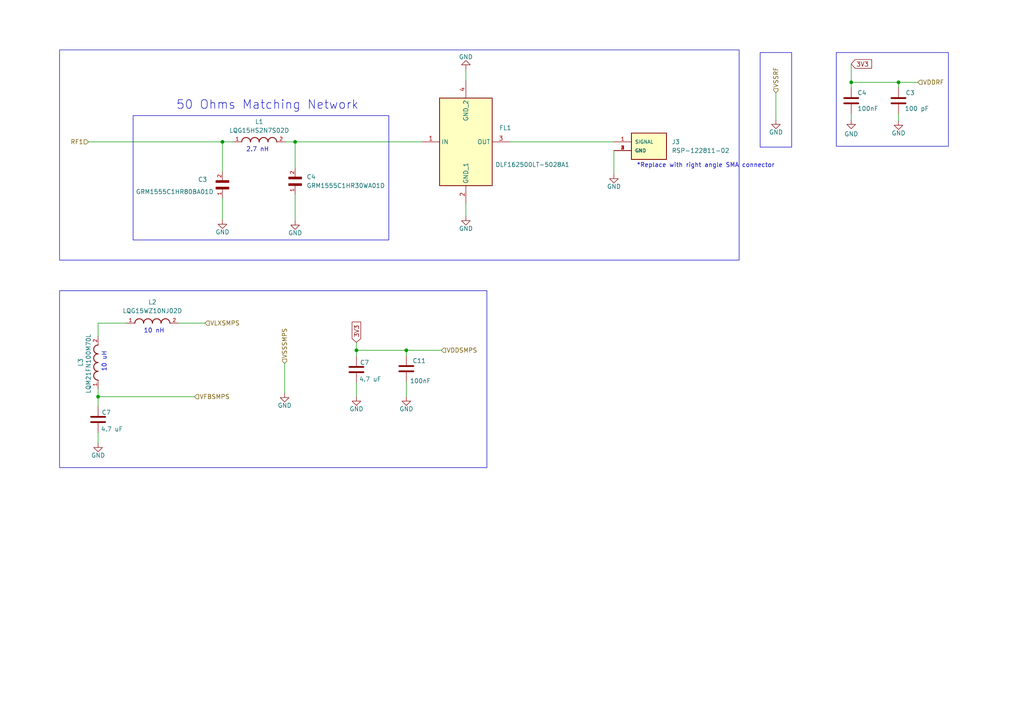
<source format=kicad_sch>
(kicad_sch (version 20230121) (generator eeschema)
  (paper "A4")
  (title_block (date "2023-12-16"))
  (lib_symbols
    (symbol "DLF162500LT-5028A1:DLF162500LT-5028A1"
      (property "Reference" "FL" (at 21.59 17.78 0))
      (property "Value" "DLF162500LT-5028A1" (at 21.59 15.24 0))
      (symbol "DLF162500LT-5028A1_1_1"
        (rectangle (start 5.08 12.7) (end 20.32 -12.7) (stroke (width 0.254)) (fill (type background)))
        (pin passive line (at 0 0 0) (length 5.08) (name "IN") (number "1"))
        (pin passive line (at 12.7 -17.78 90) (length 5.08) (name "GND_1") (number "2"))
        (pin passive line (at 25.4 0 180) (length 5.08) (name "OUT") (number "3"))
        (pin passive line (at 12.7 17.78 270) (length 5.08) (name "GND_2") (number "4"))
      )
    )
    (symbol "Device:C" (pin_numbers hide) (pin_names (offset 0.254))
      (property "Reference" "C" (at 0.635 2.54 0))
      (property "Value" "C" (at 0.635 -2.54 0))
      (symbol "C_0_1"
        (polyline (pts (xy -2.032 -0.762) (xy 2.032 -0.762)) (stroke (width 0.508)))
        (polyline (pts (xy -2.032 0.762) (xy 2.032 0.762)) (stroke (width 0.508)))
      )
      (symbol "C_1_1"
        (pin passive line (at 0 3.81 270) (length 2.794) (name "~") (number "1"))
        (pin passive line (at 0 -3.81 90) (length 2.794) (name "~") (number "2"))
      )
    )
    (symbol "GRM1555C1HR30WA01D:GRM1555C1HR30WA01D" (pin_names (offset 1.016))
      (property "Reference" "C" (at 0 3.8109 0))
      (property "Value" "GRM1555C1HR30WA01D" (at 0 -5.0885 0))
      (symbol "GRM1555C1HR30WA01D_0_0"
        (rectangle (start 0 -1.9069) (end 0.635 1.905) (stroke (width 0.1)) (fill (type outline)))
        (rectangle (start 1.9069 -1.9069) (end 2.54 1.905) (stroke (width 0.1)) (fill (type outline)))
        (pin passive line (at -2.54 0 0) (length 2.54) (name "~") (number "1"))
        (pin passive line (at 5.08 0 180) (length 2.54) (name "~") (number "2"))
      )
    )
    (symbol "GRM1555C1HR80BA01D:GRM1555C1HR80BA01D" (pin_names (offset 1.016))
      (property "Reference" "C" (at 0 3.8109 0))
      (property "Value" "GRM1555C1HR80BA01D" (at 0 -5.0885 0))
      (symbol "GRM1555C1HR80BA01D_0_0"
        (rectangle (start 0 -1.9069) (end 0.635 1.905) (stroke (width 0.1)) (fill (type outline)))
        (rectangle (start 1.9069 -1.9069) (end 2.54 1.905) (stroke (width 0.1)) (fill (type outline)))
        (pin passive line (at -2.54 0 0) (length 2.54) (name "~") (number "1"))
        (pin passive line (at 5.08 0 180) (length 2.54) (name "~") (number "2"))
      )
    )
    (symbol "LQG15HS2N7S02D:LQG15HS2N7S02D" (pin_names (offset 1.016))
      (property "Reference" "L" (at -7.62 5.08 0))
      (property "Value" "LQG15HS2N7S02D" (at -7.62 2.54 0))
      (symbol "LQG15HS2N7S02D_0_0"
        (arc (start -2.54 0) (mid -3.81 1.2645) (end -5.08 0) (stroke (width 0.254)))
        (arc (start 0 0) (mid -1.27 1.2645) (end -2.54 0) (stroke (width 0.254)))
        (arc (start 2.54 0) (mid 1.27 1.2645) (end 0 0) (stroke (width 0.254)))
        (arc (start 5.08 0) (mid 3.81 1.2645) (end 2.54 0) (stroke (width 0.254)))
        (pin passive line (at -7.62 0 0) (length 2.54) (name "~") (number "1"))
        (pin passive line (at 7.62 0 180) (length 2.54) (name "~") (number "2"))
      )
    )
    (symbol "LQG15WZ10NJ02D:LQG15WZ10NJ02D" (pin_names (offset 1.016))
      (property "Reference" "L" (at -7.62 5.08 0))
      (property "Value" "LQG15WZ10NJ02D" (at -7.62 2.54 0))
      (symbol "LQG15WZ10NJ02D_0_0"
        (arc (start -2.54 0) (mid -3.81 1.2645) (end -5.08 0) (stroke (width 0.254)))
        (arc (start 0 0) (mid -1.27 1.2645) (end -2.54 0) (stroke (width 0.254)))
        (arc (start 2.54 0) (mid 1.27 1.2645) (end 0 0) (stroke (width 0.254)))
        (arc (start 5.08 0) (mid 3.81 1.2645) (end 2.54 0) (stroke (width 0.254)))
        (pin passive line (at -7.62 0 0) (length 2.54) (name "~") (number "1"))
        (pin passive line (at 7.62 0 180) (length 2.54) (name "~") (number "2"))
      )
    )
    (symbol "LQM21FN100M70L:LQM21FN100M70L" (pin_names (offset 1.016))
      (property "Reference" "L" (at -7.62 5.08 0))
      (property "Value" "LQM21FN100M70L" (at -7.62 2.54 0))
      (symbol "LQM21FN100M70L_0_0"
        (arc (start -2.54 0) (mid -3.81 1.2645) (end -5.08 0) (stroke (width 0.254)))
        (arc (start 0 0) (mid -1.27 1.2645) (end -2.54 0) (stroke (width 0.254)))
        (arc (start 2.54 0) (mid 1.27 1.2645) (end 0 0) (stroke (width 0.254)))
        (arc (start 5.08 0) (mid 3.81 1.2645) (end 2.54 0) (stroke (width 0.254)))
        (pin passive line (at -7.62 0 0) (length 2.54) (name "~") (number "1"))
        (pin passive line (at 7.62 0 180) (length 2.54) (name "~") (number "2"))
      )
    )
    (symbol "RSP-122811-02:RSP-122811-02" (pin_names (offset 1.016))
      (property "Reference" "J" (at -2.5418 2.5418 0))
      (property "Value" "RSP-122811-02" (at -2.5416 -7.6246 0))
      (symbol "RSP-122811-02_0_0"
        (rectangle (start -2.54 -5.08) (end 7.62 2.54) (stroke (width 0.254)) (fill (type background)))
        (pin power_in line (at -7.62 0 0) (length 5.08) (name "SIGNAL") (number "1"))
        (pin power_in line (at -7.62 -2.54 0) (length 5.08) (name "GND") (number "2"))
        (pin power_in line (at -7.62 -2.54 0) (length 5.08) (name "GND") (number "3"))
        (pin power_in line (at -7.62 -2.54 0) (length 5.08) (name "GND") (number "4"))
      )
    )
    (symbol "power:GND" (power) (pin_names (offset 0))
      (property "Value" "GND" (at 0 -3.81 0))
      (symbol "GND_0_1"
        (polyline (pts (xy 0 0) (xy 0 -1.27) (xy 1.27 -1.27) (xy 0 -2.54) (xy -1.27 -1.27) (xy 0 -1.27)))
      )
      (symbol "GND_1_1"
        (pin power_in line (at 0 0 270) (length 0) hide (name "GND") (number "1"))
      )
    )
  )
  (junction (at 28.448 115.062))
  (junction (at 260.604 23.876))
  (junction (at 103.378 101.6))
  (junction (at 64.516 41.148))
  (junction (at 246.888 23.876))
  (junction (at 117.856 101.6))
  (junction (at 85.598 41.148))
  (wire (pts (xy 85.598 56.388) (xy 85.598 64.008)))
  (wire (pts (xy 225.044 26.924) (xy 225.044 34.798)))
  (wire (pts (xy 56.388 115.062) (xy 28.448 115.062)))
  (wire (pts (xy 103.378 110.998) (xy 103.378 115.062)))
  (wire (pts (xy 85.598 41.148) (xy 122.428 41.148)))
  (wire (pts (xy 260.604 25.4) (xy 260.604 23.876)))
  (wire (pts (xy 82.804 41.148) (xy 85.598 41.148)))
  (wire (pts (xy 64.516 41.148) (xy 64.516 49.784)))
  (wire (pts (xy 28.448 93.726) (xy 28.448 97.536)))
  (wire (pts (xy 260.604 23.876) (xy 266.192 23.876)))
  (wire (pts (xy 64.516 57.404) (xy 64.516 63.754)))
  (wire (pts (xy 117.856 101.6) (xy 128.016 101.6)))
  (wire (pts (xy 260.604 23.876) (xy 246.888 23.876)))
  (wire (pts (xy 103.378 101.6) (xy 117.856 101.6)))
  (wire (pts (xy 85.598 41.148) (xy 85.598 48.768)))
  (wire (pts (xy 103.378 101.6) (xy 103.378 103.378)))
  (wire (pts (xy 246.888 18.542) (xy 246.888 23.876)))
  (wire (pts (xy 246.888 23.876) (xy 246.888 25.4)))
  (wire (pts (xy 25.654 41.148) (xy 64.516 41.148)))
  (wire (pts (xy 246.888 33.02) (xy 246.888 34.798)))
  (wire (pts (xy 51.816 93.726) (xy 59.436 93.726)))
  (wire (pts (xy 135.128 58.928) (xy 135.128 62.738)))
  (wire (pts (xy 103.378 99.314) (xy 103.378 101.6)))
  (wire (pts (xy 117.856 110.744) (xy 117.856 115.062)))
  (wire (pts (xy 135.128 20.066) (xy 135.128 23.368)))
  (wire (pts (xy 28.448 125.476) (xy 28.448 128.524)))
  (wire (pts (xy 28.448 112.776) (xy 28.448 115.062)))
  (wire (pts (xy 117.856 103.124) (xy 117.856 101.6)))
  (wire (pts (xy 28.448 115.062) (xy 28.448 117.856)))
  (wire (pts (xy 147.828 41.148) (xy 178.054 41.148)))
  (wire (pts (xy 82.55 105.41) (xy 82.55 114.046)))
  (wire (pts (xy 260.604 33.02) (xy 260.604 35.052)))
  (wire (pts (xy 36.576 93.726) (xy 28.448 93.726)))
  (wire (pts (xy 178.054 43.688) (xy 178.054 50.546)))
  (wire (pts (xy 64.516 41.148) (xy 67.564 41.148)))
  (rectangle (start 242.57 15.24) (end 275.082 42.418))
  (rectangle (start 17.272 14.478) (end 214.376 75.438))
  (rectangle (start 17.272 84.328) (end 141.224 135.636))
  (rectangle (start 38.608 33.528) (end 112.776 69.596))
  (rectangle (start 220.472 15.24) (end 229.616 42.672))
  (text "10 uH" (at 30.988 107.95 90) (effects (font (size 1.27 1.27)) (justify left bottom)))
  (text "2.7 nH\n" (at 71.374 44.196 0) (effects (font (size 1.27 1.27)) (justify left bottom)))
  (text "50 Ohms Matching Network" (at 51.054 32.004 0) (effects (font (size 2.54 2.54)) (justify left bottom)))
  (text "*Replace with right angle SMA connector" (at 184.658 48.768 0) (effects (font (size 1.27 1.27)) (justify left bottom)))
  (text "10 nH\n" (at 41.656 96.774 0) (effects (font (size 1.27 1.27)) (justify left bottom)))
  (global_label "3V3" (shape input) (at 103.378 99.314 90) (property "Intersheetrefs" "${INTERSHEET_REFS}" (effects hide)))
  (global_label "3V3" (shape input) (at 246.888 18.542 0) (property "Intersheetrefs" "${INTERSHEET_REFS}" (effects hide)))
  (hierarchical_label "VDDSMPS" (shape input) (at 128.016 101.6 0))
  (hierarchical_label "VSSSMPS" (shape input) (at 82.55 105.41 90))
  (hierarchical_label "RF1" (shape input) (at 25.654 41.148 180))
  (hierarchical_label "VFBSMPS" (shape input) (at 56.388 115.062 0))
  (hierarchical_label "VSSRF" (shape input) (at 225.044 26.924 90))
  (hierarchical_label "VLXSMPS" (shape input) (at 59.436 93.726 0))
  (hierarchical_label "VDDRF" (shape input) (at 266.192 23.876 0))
  (symbol (lib_id "power:GND") (at 246.888 34.798 0) (unit 1)
    (property "Reference" "#PWR01" (effects hide))
    (property "Value" "GND" (at 244.856 38.862 0) (effects (justify left)))
    (instances (project "STM32WB breakout board" (path "" (reference "#PWR01") (unit 1)) (path "" (reference "#PWR013") (unit 1))))
  )
  (symbol (lib_id "power:GND") (at 225.044 34.798 0) (unit 1)
    (property "Reference" "#PWR01" (effects hide))
    (property "Value" "GND" (at 223.012 38.354 0) (effects (justify left)))
  )
  (symbol (lib_id "GRM1555C1HR80BA01D:GRM1555C1HR80BA01D") (at 64.516 54.864 90) (unit 1)
    (property "Reference" "C3" (at 57.404 52.07 90) (effects (justify right)))
    (property "Value" "GRM1555C1HR80BA01D" (at 39.37 55.626 90) (effects (justify right)))
    (property "Footprint" "GRM1555C1HR80BA01D:CAPC1005X55N" (effects hide))
    (property "MF" "Murata" (effects hide))
    (property "Description" "\nSMD Capacitor C0G(EIA) with Capacitance: 0.80pF Tol. 0.1pF. Rated Voltage: 50Vdc\n" (effects hide))
    (property "Package" "1005 Taiyo Yuden" (effects hide))
    (property "Price" "None" (effects hide))
    (property "SnapEDA_Link" "https://www.snapeda.com/parts/GRM1555C1HR80BA01D/Murata+Electronics+North+America/view-part/?ref=snap" (effects hide))
    (property "MP" "GRM1555C1HR80BA01D" (effects hide))
    (property "Purchase-URL" "https://www.snapeda.com/api/url_track_click_mouser/?unipart_id=1763957&manufacturer=Murata&part_name=GRM1555C1HR80BA01D&search_term=grm1555c1hr80ba01d" (effects hide))
    (property "Availability" "In Stock" (effects hide))
    (property "Check_prices" "https://www.snapeda.com/parts/GRM1555C1HR80BA01D/Murata+Electronics+North+America/view-part/?ref=eda" (effects hide))
  )
  (symbol (lib_id "GRM1555C1HR30WA01D:GRM1555C1HR30WA01D") (at 85.598 53.848 90) (unit 1)
    (property "Reference" "C4" (at 88.9 51.308 90) (effects (justify right)))
    (property "Value" "GRM1555C1HR30WA01D" (at 88.9 53.848 90) (effects (justify right)))
    (property "Footprint" "GRM1555C1HR30WA01D:CAPC1005X55N" (effects hide))
    (property "MF" "Murata" (effects hide))
    (property "Description" "\nSMD Capacitor C0G(EIA) with Capacitance: 0.30pF Tol. 0.05pF. Rated Voltage: 50Vdc\n" (effects hide))
    (property "Package" "1005 Taiyo Yuden" (effects hide))
    (property "Price" "None" (effects hide))
    (property "SnapEDA_Link" "https://www.snapeda.com/parts/GRM1555C1HR30WA01D/Murata+Electronics+North+America/view-part/?ref=snap" (effects hide))
    (property "MP" "GRM1555C1HR30WA01D" (effects hide))
    (property "Purchase-URL" "https://www.snapeda.com/api/url_track_click_mouser/?unipart_id=1765004&manufacturer=Murata&part_name=GRM1555C1HR30WA01D&search_term=grm1555c1hr30wa01d" (effects hide))
    (property "Availability" "In Stock" (effects hide))
    (property "Check_prices" "https://www.snapeda.com/parts/GRM1555C1HR30WA01D/Murata+Electronics+North+America/view-part/?ref=eda" (effects hide))
  )
  (symbol (lib_id "Device:C") (at 117.856 106.934 0) (unit 1)
    (property "Reference" "C11" (at 119.634 104.648 0) (effects (justify left)))
    (property "Value" "100nF" (at 118.872 110.49 0) (effects (justify left)))
    (property "Footprint" "Capacitor_SMD:C_0402_1005Metric" (effects hide))
    (instances (project "STM32WB breakout board" (path "" (reference "C11") (unit 1)) (path "" (reference "C13") (unit 1))))
  )
  (symbol (lib_id "Device:C") (at 260.604 29.21 0) (unit 1)
    (property "Reference" "C3" (at 262.636 26.924 0) (effects (justify left)))
    (property "Value" "100 pF" (at 262.382 31.496 0) (effects (justify left)))
    (property "Footprint" "Capacitor_SMD:C_0402_1005Metric" (effects hide))
    (instances (project "STM32WB breakout board" (path "" (reference "C3") (unit 1)) (path "" (reference "C2") (unit 1))))
  )
  (symbol (lib_id "LQG15HS2N7S02D:LQG15HS2N7S02D") (at 75.184 41.148 0) (unit 1)
    (property "Reference" "L1" (at 75.184 35.306 0))
    (property "Value" "LQG15HS2N7S02D" (at 75.184 37.846 0))
    (property "Footprint" "LQG15HS2N7S02D:INDC1005X55N" (effects hide))
    (property "MF" "Murata" (effects hide))
    (property "Description" "\nInductor with Inductance: 2.7nH Tol. +/-0.3nH, Package: 0402 (1005)\n" (effects hide))
    (property "Package" "1005 Murata" (effects hide))
    (property "Price" "None" (effects hide))
    (property "SnapEDA_Link" "https://www.snapeda.com/parts/LQG15HS2N7S02D/Murata+Electronics+North+America/view-part/?ref=snap" (effects hide))
    (property "MP" "LQG15HS2N7S02D" (effects hide))
    (property "Purchase-URL" "https://www.snapeda.com/api/url_track_click_mouser/?unipart_id=214820&manufacturer=Murata&part_name=LQG15HS2N7S02D&search_term=lqg15hs2n7s02d" (effects hide))
    (property "Availability" "In Stock" (effects hide))
    (property "Check_prices" "https://www.snapeda.com/parts/LQG15HS2N7S02D/Murata+Electronics+North+America/view-part/?ref=eda" (effects hide))
  )
  (symbol (lib_id "power:GND") (at 82.55 114.046 0) (unit 1)
    (property "Reference" "#PWR01" (effects hide))
    (property "Value" "GND" (at 80.518 117.602 0) (effects (justify left)))
    (instances (project "STM32WB breakout board" (path "" (reference "#PWR01") (unit 1)) (path "" (reference "#PWR011") (unit 1))))
  )
  (symbol (lib_id "Device:C") (at 103.378 107.188 0) (unit 1)
    (property "Reference" "C7" (at 104.394 105.156 0) (effects (justify left)))
    (property "Value" "4.7 uF" (at 104.14 109.982 0) (effects (justify left)))
    (property "Footprint" "Capacitor_THT:CP_Radial_D5.0mm_P2.00mm" (effects hide))
    (instances (project "STM32WB breakout board" (path "" (reference "C7") (unit 1)) (path "" (reference "C12") (unit 1))))
  )
  (symbol (lib_id "Device:C") (at 28.448 121.666 0) (unit 1)
    (property "Reference" "C7" (at 29.464 119.634 0) (effects (justify left)))
    (property "Value" "4.7 uF" (at 29.21 124.46 0) (effects (justify left)))
    (property "Footprint" "Capacitor_THT:CP_Radial_D5.0mm_P2.00mm" (effects hide))
    (instances (project "STM32WB breakout board" (path "" (reference "C7") (unit 1)) (path "" (reference "C14") (unit 1))))
  )
  (symbol (lib_id "LQM21FN100M70L:LQM21FN100M70L") (at 28.448 105.156 90) (unit 1)
    (property "Reference" "L3" (at 23.368 103.886 0) (effects (justify right)))
    (property "Value" "LQM21FN100M70L" (at 25.654 96.774 0) (effects (justify right)))
    (property "Footprint" "LQM21FN100M70L:INDC2012X145N" (effects hide))
    (property "MF" "Murata" (effects hide))
    (property "Description" "\nInductor with Inductance: 10uH Tol. +/-20%, Package: 0805 (2012)\n" (effects hide))
    (property "Package" "2012 Bourns" (effects hide))
    (property "Price" "None" (effects hide))
    (property "SnapEDA_Link" "https://www.snapeda.com/parts/LQM21FN100M70L/Murata+Electronics+North+America/view-part/?ref=snap" (effects hide))
    (property "MP" "LQM21FN100M70L" (effects hide))
    (property "Purchase-URL" "https://www.snapeda.com/api/url_track_click_mouser/?unipart_id=571581&manufacturer=Murata&part_name=LQM21FN100M70L&search_term=murata lqm21fn100m70l" (effects hide))
    (property "Availability" "In Stock" (effects hide))
    (property "Check_prices" "https://www.snapeda.com/parts/LQM21FN100M70L/Murata+Electronics+North+America/view-part/?ref=eda" (effects hide))
  )
  (symbol (lib_id "power:GND") (at 135.128 62.738 0) (unit 1)
    (property "Reference" "#PWR01" (effects hide))
    (property "Value" "GND" (at 133.096 66.294 0) (effects (justify left)))
    (instances (project "STM32WB breakout board" (path "" (reference "#PWR01") (unit 1)) (path "" (reference "#PWR010") (unit 1))))
  )
  (symbol (lib_id "power:GND") (at 64.516 63.754 0) (unit 1)
    (property "Reference" "#PWR01" (effects hide))
    (property "Value" "GND" (at 62.484 67.31 0) (effects (justify left)))
    (instances (project "STM32WB breakout board" (path "" (reference "#PWR01") (unit 1)) (path "" (reference "#PWR03") (unit 1))))
  )
  (symbol (lib_id "power:GND") (at 178.054 50.546 0) (unit 1)
    (property "Reference" "#PWR01" (effects hide))
    (property "Value" "GND" (at 176.022 54.102 0) (effects (justify left)))
    (instances (project "STM32WB breakout board" (path "" (reference "#PWR01") (unit 1)) (path "" (reference "#PWR012") (unit 1))))
  )
  (symbol (lib_id "power:GND") (at 28.448 128.524 0) (unit 1)
    (property "Reference" "#PWR01" (effects hide))
    (property "Value" "GND" (at 26.416 132.08 0) (effects (justify left)))
    (instances (project "STM32WB breakout board" (path "" (reference "#PWR01") (unit 1)) (path "" (reference "#PWR017") (unit 1))))
  )
  (symbol (lib_id "RSP-122811-02:RSP-122811-02") (at 185.674 41.148 0) (unit 1)
    (property "Reference" "J3" (at 194.818 41.148 0) (effects (justify left)))
    (property "Value" "RSP-122811-02" (at 194.818 43.688 0) (effects (justify left)))
    (property "Footprint" "RSP-122811-02:SAMTEC_RSP-122811-02" (effects hide))
    (property "MF" "Samtec Inc." (effects hide))
    (property "Description" "\nIPEX MHFIII Connector Receptacle, Male Pin 50 Ohms Surface Mount Solder\n" (effects hide))
    (property "Package" "None" (effects hide))
    (property "Price" "None" (effects hide))
    (property "Check_prices" "https://www.snapeda.com/parts/RSP-122811-02/Samtec+Inc./view-part/?ref=eda" (effects hide))
    (property "STANDARD" "Manufacturer recommendations" (effects hide))
    (property "SnapEDA_Link" "https://www.snapeda.com/parts/RSP-122811-02/Samtec+Inc./view-part/?ref=snap" (effects hide))
    (property "MP" "RSP-122811-02" (effects hide))
    (property "Purchase-URL" "https://www.snapeda.com/api/url_track_click_mouser/?unipart_id=2771725&manufacturer=Samtec Inc.&part_name=RSP-122811-02&search_term=ipex connector" (effects hide))
    (property "Availability" "In Stock" (effects hide))
    (property "MANUFACTURER" "SAMTEC" (effects hide))
  )
  (symbol (lib_id "power:GND") (at 85.598 64.008 0) (unit 1)
    (property "Reference" "#PWR01" (effects hide))
    (property "Value" "GND" (at 83.566 67.564 0) (effects (justify left)))
    (instances (project "STM32WB breakout board" (path "" (reference "#PWR01") (unit 1)) (path "" (reference "#PWR07") (unit 1))))
  )
  (symbol (lib_id "power:GND") (at 103.378 115.062 0) (unit 1)
    (property "Reference" "#PWR01" (effects hide))
    (property "Value" "GND" (at 101.346 118.618 0) (effects (justify left)))
    (instances (project "STM32WB breakout board" (path "" (reference "#PWR01") (unit 1)) (path "" (reference "#PWR015") (unit 1))))
  )
  (symbol (lib_id "power:GND") (at 135.128 20.066 180) (unit 1)
    (property "Reference" "#PWR01" (effects hide))
    (property "Value" "GND" (at 137.16 16.51 0) (effects (justify left)))
    (instances (project "STM32WB breakout board" (path "" (reference "#PWR01") (unit 1)) (path "" (reference "#PWR08") (unit 1))))
  )
  (symbol (lib_id "power:GND") (at 117.856 115.062 0) (unit 1)
    (property "Reference" "#PWR01" (effects hide))
    (property "Value" "GND" (at 115.824 118.618 0) (effects (justify left)))
    (instances (project "STM32WB breakout board" (path "" (reference "#PWR01") (unit 1)) (path "" (reference "#PWR016") (unit 1))))
  )
  (symbol (lib_id "Device:C") (at 246.888 29.21 0) (unit 1)
    (property "Reference" "C4" (at 248.666 26.924 0) (effects (justify left)))
    (property "Value" "100nF" (at 248.666 31.496 0) (effects (justify left)))
    (property "Footprint" "Capacitor_SMD:C_0402_1005Metric" (effects hide))
    (instances (project "STM32WB breakout board" (path "" (reference "C4") (unit 1)) (path "" (reference "C1") (unit 1))))
  )
  (symbol (lib_id "power:GND") (at 260.604 35.052 0) (unit 1)
    (property "Reference" "#PWR01" (effects hide))
    (property "Value" "GND" (at 258.572 38.608 0) (effects (justify left)))
    (instances (project "STM32WB breakout board" (path "" (reference "#PWR01") (unit 1)) (path "" (reference "#PWR014") (unit 1))))
  )
  (symbol (lib_id "LQG15WZ10NJ02D:LQG15WZ10NJ02D") (at 44.196 93.726 0) (unit 1)
    (property "Reference" "L2" (at 44.196 87.63 0))
    (property "Value" "LQG15WZ10NJ02D" (at 44.196 90.17 0))
    (property "Footprint" "LQG15WZ10NJ02D:INDC1006X60N" (effects hide))
    (property "MF" "Murata" (effects hide))
    (property "Description" "\nInductor with Inductance: 10nH Tol. +/-5%, Package: 0402 (1005)\n" (effects hide))
    (property "Package" "1006 Murata" (effects hide))
    (property "Price" "None" (effects hide))
    (property "SnapEDA_Link" "https://www.snapeda.com/parts/LQG15WZ10NJ02D/Murata+Electronics+North+America/view-part/?ref=snap" (effects hide))
    (property "MP" "LQG15WZ10NJ02D" (effects hide))
    (property "Purchase-URL" "https://www.snapeda.com/api/url_track_click_mouser/?unipart_id=1498715&manufacturer=Murata&part_name=LQG15WZ10NJ02D&search_term= lqg15wz10nj02d" (effects hide))
    (property "Availability" "In Stock" (effects hide))
    (property "Check_prices" "https://www.snapeda.com/parts/LQG15WZ10NJ02D/Murata+Electronics+North+America/view-part/?ref=eda" (effects hide))
  )
  (symbol (lib_id "DLF162500LT-5028A1:DLF162500LT-5028A1") (at 122.428 41.148 0) (unit 1)
    (property "Reference" "FL1" (at 146.558 37.084 0))
    (property "Value" "DLF162500LT-5028A1" (at 154.432 47.752 0))
    (property "Footprint" "Filter:DLF162500LT5028A1" (effects hide))
    (property "Datasheet" "https://product.tdk.com/system/files/dam/doc/product/rf/rf/filter/catalog/rf_lpf_dlf162500lt-5028a1_en.pdf" (effects hide))
    (property "Height" "0.4" (effects hide))
    (property "Manufacturer_Name" "TDK" (effects hide))
    (property "Manufacturer_Part_Number" "DLF162500LT-5028A1" (effects hide))
    (property "Mouser Part Number" "810-DLF16250LT5028A1" (effects hide))
    (property "Mouser Price/Stock" "https://www.mouser.co.uk/ProductDetail/TDK/DLF162500LT-5028A1?qs=U%2FZX79kHR%2FlwIbAISCs3qA%3D%3D" (effects hide))
    (property "Arrow Part Number" "DLF162500LT-5028A1" (effects hide))
    (property "Arrow Price/Stock" "https://www.arrow.com/en/products/dlf162500lt-5028a1/tdk?region=europe" (effects hide))
  )
)
</source>
